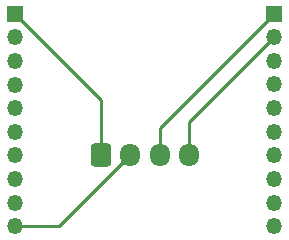
<source format=gbr>
%TF.GenerationSoftware,KiCad,Pcbnew,7.0.7*%
%TF.CreationDate,2023-10-05T20:56:12-06:00*%
%TF.ProjectId,FPV_4-Pin_Module,4650565f-342d-4506-996e-5f4d6f64756c,rev?*%
%TF.SameCoordinates,Original*%
%TF.FileFunction,Copper,L1,Top*%
%TF.FilePolarity,Positive*%
%FSLAX46Y46*%
G04 Gerber Fmt 4.6, Leading zero omitted, Abs format (unit mm)*
G04 Created by KiCad (PCBNEW 7.0.7) date 2023-10-05 20:56:12*
%MOMM*%
%LPD*%
G01*
G04 APERTURE LIST*
G04 Aperture macros list*
%AMRoundRect*
0 Rectangle with rounded corners*
0 $1 Rounding radius*
0 $2 $3 $4 $5 $6 $7 $8 $9 X,Y pos of 4 corners*
0 Add a 4 corners polygon primitive as box body*
4,1,4,$2,$3,$4,$5,$6,$7,$8,$9,$2,$3,0*
0 Add four circle primitives for the rounded corners*
1,1,$1+$1,$2,$3*
1,1,$1+$1,$4,$5*
1,1,$1+$1,$6,$7*
1,1,$1+$1,$8,$9*
0 Add four rect primitives between the rounded corners*
20,1,$1+$1,$2,$3,$4,$5,0*
20,1,$1+$1,$4,$5,$6,$7,0*
20,1,$1+$1,$6,$7,$8,$9,0*
20,1,$1+$1,$8,$9,$2,$3,0*%
G04 Aperture macros list end*
%TA.AperFunction,ComponentPad*%
%ADD10O,1.700000X1.950000*%
%TD*%
%TA.AperFunction,ComponentPad*%
%ADD11RoundRect,0.250000X-0.600000X-0.725000X0.600000X-0.725000X0.600000X0.725000X-0.600000X0.725000X0*%
%TD*%
%TA.AperFunction,ComponentPad*%
%ADD12R,1.350000X1.350000*%
%TD*%
%TA.AperFunction,ComponentPad*%
%ADD13O,1.350000X1.350000*%
%TD*%
%TA.AperFunction,Conductor*%
%ADD14C,0.250000*%
%TD*%
G04 APERTURE END LIST*
D10*
%TO.P,J1,4,Pin_4*%
%TO.N,Net-(J1-Pin_4)*%
X153100000Y-83245000D03*
%TO.P,J1,3,Pin_3*%
%TO.N,Net-(J1-Pin_3)*%
X150600000Y-83245000D03*
%TO.P,J1,2,Pin_2*%
%TO.N,Net-(J1-Pin_2)*%
X148100000Y-83245000D03*
D11*
%TO.P,J1,1,Pin_1*%
%TO.N,Net-(J1-Pin_1)*%
X145600000Y-83245000D03*
%TD*%
D12*
%TO.P,J2,1,Pin_1*%
%TO.N,Net-(J1-Pin_1)*%
X138330000Y-71280000D03*
D13*
%TO.P,J2,2,Pin_2*%
%TO.N,unconnected-(J2-Pin_2-Pad2)*%
X138330000Y-73280000D03*
%TO.P,J2,3,Pin_3*%
%TO.N,unconnected-(J2-Pin_3-Pad3)*%
X138330000Y-75280000D03*
%TO.P,J2,4,Pin_4*%
%TO.N,unconnected-(J2-Pin_4-Pad4)*%
X138330000Y-77280000D03*
%TO.P,J2,5,Pin_5*%
%TO.N,unconnected-(J2-Pin_5-Pad5)*%
X138330000Y-79280000D03*
%TO.P,J2,6,Pin_6*%
%TO.N,unconnected-(J2-Pin_6-Pad6)*%
X138330000Y-81280000D03*
%TO.P,J2,7,Pin_7*%
%TO.N,unconnected-(J2-Pin_7-Pad7)*%
X138330000Y-83280000D03*
%TO.P,J2,8,Pin_8*%
%TO.N,unconnected-(J2-Pin_8-Pad8)*%
X138330000Y-85280000D03*
%TO.P,J2,9,Pin_9*%
%TO.N,unconnected-(J2-Pin_9-Pad9)*%
X138330000Y-87280000D03*
%TO.P,J2,10,Pin_10*%
%TO.N,Net-(J1-Pin_2)*%
X138330000Y-89280000D03*
%TD*%
D12*
%TO.P,J3,1,Pin_1*%
%TO.N,Net-(J1-Pin_3)*%
X160300000Y-71270000D03*
D13*
%TO.P,J3,2,Pin_2*%
%TO.N,Net-(J1-Pin_4)*%
X160300000Y-73270000D03*
%TO.P,J3,3,Pin_3*%
%TO.N,unconnected-(J3-Pin_3-Pad3)*%
X160300000Y-75270000D03*
%TO.P,J3,4,Pin_4*%
%TO.N,unconnected-(J3-Pin_4-Pad4)*%
X160300000Y-77270000D03*
%TO.P,J3,5,Pin_5*%
%TO.N,unconnected-(J3-Pin_5-Pad5)*%
X160300000Y-79270000D03*
%TO.P,J3,6,Pin_6*%
%TO.N,unconnected-(J3-Pin_6-Pad6)*%
X160300000Y-81270000D03*
%TO.P,J3,7,Pin_7*%
%TO.N,unconnected-(J3-Pin_7-Pad7)*%
X160300000Y-83270000D03*
%TO.P,J3,8,Pin_8*%
%TO.N,unconnected-(J3-Pin_8-Pad8)*%
X160300000Y-85270000D03*
%TO.P,J3,9,Pin_9*%
%TO.N,unconnected-(J3-Pin_9-Pad9)*%
X160300000Y-87270000D03*
%TO.P,J3,10,Pin_10*%
%TO.N,unconnected-(J3-Pin_10-Pad10)*%
X160300000Y-89270000D03*
%TD*%
D14*
%TO.N,Net-(J1-Pin_4)*%
X153100000Y-80470000D02*
X160300000Y-73270000D01*
X153100000Y-83245000D02*
X153100000Y-80470000D01*
%TO.N,Net-(J1-Pin_3)*%
X150600000Y-80970000D02*
X160300000Y-71270000D01*
X150600000Y-83245000D02*
X150600000Y-80970000D01*
%TO.N,Net-(J1-Pin_2)*%
X142065000Y-89280000D02*
X138330000Y-89280000D01*
X148100000Y-83245000D02*
X142065000Y-89280000D01*
%TO.N,Net-(J1-Pin_1)*%
X145600000Y-78550000D02*
X138330000Y-71280000D01*
X145600000Y-83245000D02*
X145600000Y-78550000D01*
%TD*%
M02*

</source>
